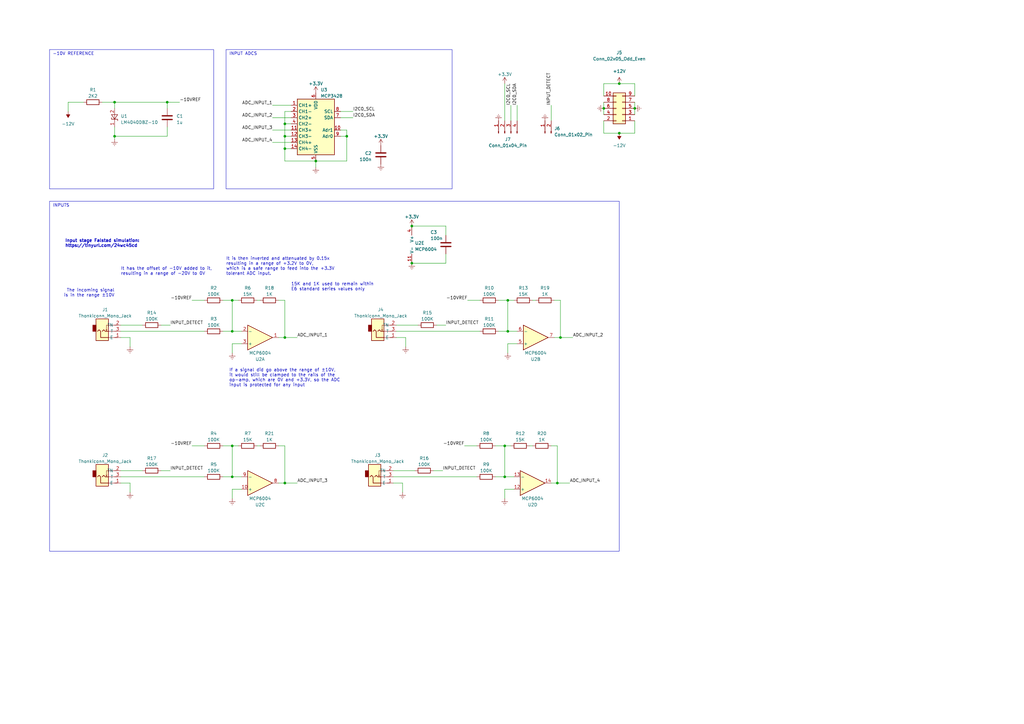
<source format=kicad_sch>
(kicad_sch (version 20230121) (generator eeschema)
  (paper "A3")
  (lib_symbols
    (symbol "Amplifier_Operational:MCP6004" (pin_names (offset 0.127))
      (property "Reference" "U" (at 0 5.08 0))
      (property "Value" "MCP6004" (at 0 -5.08 0))
      (symbol "MCP6004_1_1"
        (polyline (pts (xy -5.08 5.08) (xy 5.08 0) (xy -5.08 -5.08) (xy -5.08 5.08)) (stroke (width 0.254)) (fill (type background)))
        (pin output line (at 7.62 0 180) (length 2.54) (name "~") (number "1"))
        (pin input line (at -7.62 -2.54 0) (length 2.54) (name "-") (number "2"))
        (pin input line (at -7.62 2.54 0) (length 2.54) (name "+") (number "3"))
      )
      (symbol "MCP6004_2_1"
        (polyline (pts (xy -5.08 5.08) (xy 5.08 0) (xy -5.08 -5.08) (xy -5.08 5.08)) (stroke (width 0.254)) (fill (type background)))
        (pin input line (at -7.62 2.54 0) (length 2.54) (name "+") (number "5"))
        (pin input line (at -7.62 -2.54 0) (length 2.54) (name "-") (number "6"))
        (pin output line (at 7.62 0 180) (length 2.54) (name "~") (number "7"))
      )
      (symbol "MCP6004_3_1"
        (polyline (pts (xy -5.08 5.08) (xy 5.08 0) (xy -5.08 -5.08) (xy -5.08 5.08)) (stroke (width 0.254)) (fill (type background)))
        (pin input line (at -7.62 2.54 0) (length 2.54) (name "+") (number "10"))
        (pin output line (at 7.62 0 180) (length 2.54) (name "~") (number "8"))
        (pin input line (at -7.62 -2.54 0) (length 2.54) (name "-") (number "9"))
      )
      (symbol "MCP6004_4_1"
        (polyline (pts (xy -5.08 5.08) (xy 5.08 0) (xy -5.08 -5.08) (xy -5.08 5.08)) (stroke (width 0.254)) (fill (type background)))
        (pin input line (at -7.62 2.54 0) (length 2.54) (name "+") (number "12"))
        (pin input line (at -7.62 -2.54 0) (length 2.54) (name "-") (number "13"))
        (pin output line (at 7.62 0 180) (length 2.54) (name "~") (number "14"))
      )
      (symbol "MCP6004_5_1"
        (pin power_in line (at -2.54 -7.62 90) (length 3.81) (name "V-") (number "11"))
        (pin power_in line (at -2.54 7.62 270) (length 3.81) (name "V+") (number "4"))
      )
    )
    (symbol "Analog_ADC:MCP3428"
      (property "Reference" "U" (at -3.81 11.43 0))
      (property "Value" "MCP3428" (at 2.54 11.43 0))
      (symbol "MCP3428_0_1"
        (rectangle (start -7.62 10.16) (end 7.62 -12.7) (stroke (width 0.254)) (fill (type background)))
      )
      (symbol "MCP3428_1_1"
        (pin input line (at -10.16 7.62 0) (length 2.54) (name "CH1+") (number "1"))
        (pin input line (at 10.16 -2.54 180) (length 2.54) (name "Adr1") (number "10"))
        (pin input line (at -10.16 -2.54 0) (length 2.54) (name "CH3+") (number "11"))
        (pin input line (at -10.16 -5.08 0) (length 2.54) (name "CH3-") (number "12"))
        (pin input line (at -10.16 -7.62 0) (length 2.54) (name "CH4+") (number "13"))
        (pin input line (at -10.16 -10.16 0) (length 2.54) (name "CH4-") (number "14"))
        (pin input line (at -10.16 5.08 0) (length 2.54) (name "CH1-") (number "2"))
        (pin input line (at -10.16 2.54 0) (length 2.54) (name "CH2+") (number "3"))
        (pin input line (at -10.16 0 0) (length 2.54) (name "CH2-") (number "4"))
        (pin power_in line (at 0 -15.24 90) (length 2.54) (name "VSS") (number "5"))
        (pin power_in line (at 0 12.7 270) (length 2.54) (name "VDD") (number "6"))
        (pin bidirectional line (at 10.16 2.54 180) (length 2.54) (name "SDA") (number "7"))
        (pin input line (at 10.16 5.08 180) (length 2.54) (name "SCL") (number "8"))
        (pin input line (at 10.16 -5.08 180) (length 2.54) (name "Adr0") (number "9"))
      )
    )
    (symbol "Connector:Conn_01x02_Pin" (pin_names (offset 1.016) hide)
      (property "Reference" "J" (at 0 2.54 0))
      (property "Value" "Conn_01x02_Pin" (at 0 -5.08 0))
      (symbol "Conn_01x02_Pin_1_1"
        (polyline (pts (xy 1.27 -2.54) (xy 0.8636 -2.54)) (stroke (width 0.1524)))
        (polyline (pts (xy 1.27 0) (xy 0.8636 0)) (stroke (width 0.1524)))
        (rectangle (start 0.8636 -2.413) (end 0 -2.667) (stroke (width 0.1524)) (fill (type outline)))
        (rectangle (start 0.8636 0.127) (end 0 -0.127) (stroke (width 0.1524)) (fill (type outline)))
        (pin passive line (at 5.08 0 180) (length 3.81) (name "Pin_1") (number "1"))
        (pin passive line (at 5.08 -2.54 180) (length 3.81) (name "Pin_2") (number "2"))
      )
    )
    (symbol "Connector:Conn_01x04_Pin" (pin_names (offset 1.016) hide)
      (property "Reference" "J" (at 0 5.08 0))
      (property "Value" "Conn_01x04_Pin" (at 0 -7.62 0))
      (symbol "Conn_01x04_Pin_1_1"
        (polyline (pts (xy 1.27 -5.08) (xy 0.8636 -5.08)) (stroke (width 0.1524)))
        (polyline (pts (xy 1.27 -2.54) (xy 0.8636 -2.54)) (stroke (width 0.1524)))
        (polyline (pts (xy 1.27 0) (xy 0.8636 0)) (stroke (width 0.1524)))
        (polyline (pts (xy 1.27 2.54) (xy 0.8636 2.54)) (stroke (width 0.1524)))
        (rectangle (start 0.8636 -4.953) (end 0 -5.207) (stroke (width 0.1524)) (fill (type outline)))
        (rectangle (start 0.8636 -2.413) (end 0 -2.667) (stroke (width 0.1524)) (fill (type outline)))
        (rectangle (start 0.8636 0.127) (end 0 -0.127) (stroke (width 0.1524)) (fill (type outline)))
        (rectangle (start 0.8636 2.667) (end 0 2.413) (stroke (width 0.1524)) (fill (type outline)))
        (pin passive line (at 5.08 2.54 180) (length 3.81) (name "Pin_1") (number "1"))
        (pin passive line (at 5.08 0 180) (length 3.81) (name "Pin_2") (number "2"))
        (pin passive line (at 5.08 -2.54 180) (length 3.81) (name "Pin_3") (number "3"))
        (pin passive line (at 5.08 -5.08 180) (length 3.81) (name "Pin_4") (number "4"))
      )
    )
    (symbol "Connector_Generic:Conn_02x05_Odd_Even" (pin_names (offset 1.016) hide)
      (property "Reference" "J" (at 1.27 7.62 0))
      (property "Value" "Conn_02x05_Odd_Even" (at 1.27 -7.62 0))
      (symbol "Conn_02x05_Odd_Even_1_1"
        (rectangle (start -1.27 -4.953) (end 0 -5.207) (stroke (width 0.1524)))
        (rectangle (start -1.27 -2.413) (end 0 -2.667) (stroke (width 0.1524)))
        (rectangle (start -1.27 0.127) (end 0 -0.127) (stroke (width 0.1524)))
        (rectangle (start -1.27 2.667) (end 0 2.413) (stroke (width 0.1524)))
        (rectangle (start -1.27 5.207) (end 0 4.953) (stroke (width 0.1524)))
        (rectangle (start -1.27 6.35) (end 3.81 -6.35) (stroke (width 0.254)) (fill (type background)))
        (rectangle (start 3.81 -4.953) (end 2.54 -5.207) (stroke (width 0.1524)))
        (rectangle (start 3.81 -2.413) (end 2.54 -2.667) (stroke (width 0.1524)))
        (rectangle (start 3.81 0.127) (end 2.54 -0.127) (stroke (width 0.1524)))
        (rectangle (start 3.81 2.667) (end 2.54 2.413) (stroke (width 0.1524)))
        (rectangle (start 3.81 5.207) (end 2.54 4.953) (stroke (width 0.1524)))
        (pin passive line (at -5.08 5.08 0) (length 3.81) (name "Pin_1") (number "1"))
        (pin passive line (at 7.62 -5.08 180) (length 3.81) (name "Pin_10") (number "10"))
        (pin passive line (at 7.62 5.08 180) (length 3.81) (name "Pin_2") (number "2"))
        (pin passive line (at -5.08 2.54 0) (length 3.81) (name "Pin_3") (number "3"))
        (pin passive line (at 7.62 2.54 180) (length 3.81) (name "Pin_4") (number "4"))
        (pin passive line (at -5.08 0 0) (length 3.81) (name "Pin_5") (number "5"))
        (pin passive line (at 7.62 0 180) (length 3.81) (name "Pin_6") (number "6"))
        (pin passive line (at -5.08 -2.54 0) (length 3.81) (name "Pin_7") (number "7"))
        (pin passive line (at 7.62 -2.54 180) (length 3.81) (name "Pin_8") (number "8"))
        (pin passive line (at -5.08 -5.08 0) (length 3.81) (name "Pin_9") (number "9"))
      )
    )
    (symbol "Device:C" (pin_numbers hide) (pin_names (offset 0.254))
      (property "Reference" "C" (at 0.635 2.54 0))
      (property "Value" "C" (at 0.635 -2.54 0))
      (symbol "C_0_1"
        (polyline (pts (xy -2.032 -0.762) (xy 2.032 -0.762)) (stroke (width 0.508)))
        (polyline (pts (xy -2.032 0.762) (xy 2.032 0.762)) (stroke (width 0.508)))
      )
      (symbol "C_1_1"
        (pin passive line (at 0 3.81 270) (length 2.794) (name "~") (number "1"))
        (pin passive line (at 0 -3.81 90) (length 2.794) (name "~") (number "2"))
      )
    )
    (symbol "Device:R" (pin_numbers hide) (pin_names (offset 0))
      (property "Reference" "R" (at 2.032 0 90))
      (property "Value" "R" (at 0 0 90))
      (symbol "R_0_1"
        (rectangle (start -1.016 -2.54) (end 1.016 2.54) (stroke (width 0.254)))
      )
      (symbol "R_1_1"
        (pin passive line (at 0 3.81 270) (length 1.27) (name "~") (number "1"))
        (pin passive line (at 0 -3.81 90) (length 1.27) (name "~") (number "2"))
      )
    )
    (symbol "Eurorack:Thonkiconn_Mono_Jack"
      (property "Reference" "J" (at 0 1.27 0))
      (property "Value" "Thonkiconn_Mono_Jack" (at 10.16 3.81 0))
      (symbol "Thonkiconn_Mono_Jack_0_1"
        (rectangle (start -1.27 -2.54) (end 0 -5.08) (stroke (width 0.254)) (fill (type outline)))
        (polyline (pts (xy 4.318 -4.826) (xy 4.572 -4.318)))
        (polyline (pts (xy 8.89 -7.62) (xy 5.08 -7.62)))
        (polyline (pts (xy 8.89 -5.08) (xy 5.08 -5.08)))
        (polyline (pts (xy 2.54 -5.08) (xy 3.175 -4.445) (xy 3.81 -5.08) (xy 5.08 -5.08)) (stroke (width 0.254)))
        (polyline (pts (xy 8.89 -2.54) (xy 4.318 -2.54) (xy 4.318 -4.826) (xy 4.064 -4.318)))
        (polyline (pts (xy 5.08 -7.62) (xy 1.905 -7.62) (xy 1.905 -5.08) (xy 1.27 -4.445) (xy 0.635 -5.08)) (stroke (width 0.254)))
        (rectangle (start 0 0) (end 5.08 -8.89) (stroke (width 0.254)) (fill (type background)))
      )
      (symbol "Thonkiconn_Mono_Jack_1_1"
        (pin passive line (at 10.16 -7.62 180) (length 2.54) (name "E") (number "1"))
        (pin passive line (at 10.16 -2.54 180) (length 2.54) (name "TN") (number "2"))
        (pin passive line (at 10.16 -5.08 180) (length 2.54) (name "T") (number "3"))
      )
    )
    (symbol "Reference_Voltage:LM4040DBZ-10" (pin_names (offset 0.0254) hide)
      (property "Reference" "U" (at 0 2.54 0))
      (property "Value" "LM4040DBZ-10" (at 0 -3.175 0))
      (symbol "LM4040DBZ-10_0_1"
        (polyline (pts (xy -1.27 0) (xy 0 0) (xy 1.27 0)))
        (polyline (pts (xy -1.27 -1.27) (xy 0.635 0) (xy -1.27 1.27) (xy -1.27 -1.27)) (stroke (width 0.2032)))
        (polyline (pts (xy 0 -1.27) (xy 0.635 -1.27) (xy 0.635 1.27) (xy 1.27 1.27)) (stroke (width 0.2032)))
      )
      (symbol "LM4040DBZ-10_1_1"
        (pin passive line (at 3.81 0 180) (length 2.54) (name "K") (number "1"))
        (pin passive line (at -3.81 0 0) (length 2.54) (name "A") (number "2"))
      )
    )
    (symbol "power:+12V" (power) (pin_names (offset 0))
      (property "Value" "+12V" (at 0 3.556 0))
      (symbol "+12V_0_1"
        (polyline (pts (xy -0.762 1.27) (xy 0 2.54)))
        (polyline (pts (xy 0 0) (xy 0 2.54)))
        (polyline (pts (xy 0 2.54) (xy 0.762 1.27)))
      )
      (symbol "+12V_1_1"
        (pin power_in line (at 0 0 90) (length 0) hide (name "+12V") (number "1"))
      )
    )
    (symbol "power:+3.3V" (power) (pin_names (offset 0))
      (property "Value" "+3.3V" (at 0 3.556 0))
      (symbol "+3.3V_0_1"
        (polyline (pts (xy -0.762 1.27) (xy 0 2.54)))
        (polyline (pts (xy 0 0) (xy 0 2.54)))
        (polyline (pts (xy 0 2.54) (xy 0.762 1.27)))
      )
      (symbol "+3.3V_1_1"
        (pin power_in line (at 0 0 90) (length 0) hide (name "+3.3V") (number "1"))
      )
    )
    (symbol "power:-12V" (power) (pin_names (offset 0))
      (property "Value" "-12V" (at 0 3.81 0))
      (symbol "-12V_0_0"
        (pin power_in line (at 0 0 90) (length 0) hide (name "-12V") (number "1"))
      )
      (symbol "-12V_0_1"
        (polyline (pts (xy 0 0) (xy 0 1.27) (xy 0.762 1.27) (xy 0 2.54) (xy -0.762 1.27) (xy 0 1.27)) (fill (type outline)))
      )
    )
    (symbol "power:Earth" (power) (pin_names (offset 0))
      (symbol "Earth_0_1"
        (polyline (pts (xy -0.635 -1.905) (xy 0.635 -1.905)))
        (polyline (pts (xy -0.127 -2.54) (xy 0.127 -2.54)))
        (polyline (pts (xy 0 -1.27) (xy 0 0)))
        (polyline (pts (xy 1.27 -1.27) (xy -1.27 -1.27)))
      )
      (symbol "Earth_1_1"
        (pin power_in line (at 0 0 270) (length 0) hide (name "Earth") (number "1"))
      )
    )
  )
  (junction (at 95.25 195.58))
  (junction (at 95.25 123.19))
  (junction (at 95.25 135.89))
  (junction (at 208.28 123.19))
  (junction (at 116.84 50.8))
  (junction (at 228.6 198.12))
  (junction (at 142.24 55.88))
  (junction (at 116.84 198.12))
  (junction (at 254 34.29))
  (junction (at 229.87 138.43))
  (junction (at 168.91 107.95))
  (junction (at 260.35 44.45))
  (junction (at 207.01 195.58))
  (junction (at 168.91 92.71))
  (junction (at 129.54 66.04))
  (junction (at 46.99 55.88))
  (junction (at 46.99 41.91))
  (junction (at 116.84 138.43))
  (junction (at 116.84 55.88))
  (junction (at 68.58 41.91))
  (junction (at 208.28 135.89))
  (junction (at 95.25 182.88))
  (junction (at 207.01 182.88))
  (junction (at 247.65 44.45))
  (junction (at 116.84 60.96))
  (junction (at 254 54.61))
  (wire (pts (xy 95.25 140.97) (xy 99.06 140.97)))
  (wire (pts (xy 142.24 66.04) (xy 142.24 55.88)))
  (wire (pts (xy 228.6 182.88) (xy 228.6 198.12)))
  (wire (pts (xy 247.65 39.37) (xy 247.65 34.29)))
  (wire (pts (xy 142.24 53.34) (xy 139.7 53.34)))
  (wire (pts (xy 207.01 195.58) (xy 210.82 195.58)))
  (wire (pts (xy 116.84 60.96) (xy 116.84 66.04)))
  (wire (pts (xy 49.53 193.04) (xy 58.42 193.04)))
  (wire (pts (xy 247.65 49.53) (xy 247.65 54.61)))
  (wire (pts (xy 190.5 182.88) (xy 195.58 182.88)))
  (wire (pts (xy 217.17 182.88) (xy 218.44 182.88)))
  (wire (pts (xy 68.58 52.07) (xy 68.58 55.88)))
  (wire (pts (xy 204.47 123.19) (xy 208.28 123.19)))
  (wire (pts (xy 207.01 200.66) (xy 210.82 200.66)))
  (wire (pts (xy 166.37 138.43) (xy 162.56 138.43)))
  (wire (pts (xy 68.58 55.88) (xy 46.99 55.88)))
  (wire (pts (xy 212.09 43.18) (xy 212.09 49.53)))
  (wire (pts (xy 78.74 123.19) (xy 83.82 123.19)))
  (wire (pts (xy 116.84 138.43) (xy 121.92 138.43)))
  (wire (pts (xy 203.2 195.58) (xy 207.01 195.58)))
  (wire (pts (xy 207.01 204.47) (xy 207.01 200.66)))
  (wire (pts (xy 111.76 53.34) (xy 119.38 53.34)))
  (wire (pts (xy 46.99 44.45) (xy 46.99 41.91)))
  (wire (pts (xy 46.99 41.91) (xy 41.91 41.91)))
  (wire (pts (xy 95.25 135.89) (xy 95.25 123.19)))
  (wire (pts (xy 46.99 52.07) (xy 46.99 55.88)))
  (wire (pts (xy 166.37 142.24) (xy 166.37 138.43)))
  (wire (pts (xy 260.35 54.61) (xy 260.35 49.53)))
  (wire (pts (xy 116.84 123.19) (xy 116.84 138.43)))
  (wire (pts (xy 142.24 55.88) (xy 142.24 53.34)))
  (wire (pts (xy 95.25 123.19) (xy 97.79 123.19)))
  (wire (pts (xy 182.88 96.52) (xy 182.88 92.71)))
  (wire (pts (xy 254 34.29) (xy 260.35 34.29)))
  (wire (pts (xy 119.38 45.72) (xy 116.84 45.72)))
  (wire (pts (xy 254 54.61) (xy 260.35 54.61)))
  (wire (pts (xy 139.7 45.72) (xy 144.78 45.72)))
  (wire (pts (xy 162.56 133.35) (xy 171.45 133.35)))
  (wire (pts (xy 66.04 193.04) (xy 69.85 193.04)))
  (wire (pts (xy 182.88 107.95) (xy 168.91 107.95)))
  (wire (pts (xy 161.29 195.58) (xy 195.58 195.58)))
  (wire (pts (xy 116.84 198.12) (xy 114.3 198.12)))
  (wire (pts (xy 46.99 55.88) (xy 46.99 57.15)))
  (wire (pts (xy 229.87 138.43) (xy 227.33 138.43)))
  (wire (pts (xy 260.35 34.29) (xy 260.35 39.37)))
  (wire (pts (xy 208.28 135.89) (xy 212.09 135.89)))
  (wire (pts (xy 116.84 138.43) (xy 114.3 138.43)))
  (wire (pts (xy 27.94 45.72) (xy 27.94 41.91)))
  (wire (pts (xy 95.25 200.66) (xy 99.06 200.66)))
  (wire (pts (xy 78.74 182.88) (xy 83.82 182.88)))
  (wire (pts (xy 165.1 201.93) (xy 165.1 198.12)))
  (wire (pts (xy 207.01 34.29) (xy 207.01 49.53)))
  (wire (pts (xy 116.84 55.88) (xy 119.38 55.88)))
  (wire (pts (xy 114.3 182.88) (xy 116.84 182.88)))
  (wire (pts (xy 162.56 135.89) (xy 196.85 135.89)))
  (wire (pts (xy 228.6 198.12) (xy 226.06 198.12)))
  (wire (pts (xy 247.65 34.29) (xy 254 34.29)))
  (wire (pts (xy 66.04 133.35) (xy 69.85 133.35)))
  (wire (pts (xy 95.25 144.78) (xy 95.25 140.97)))
  (wire (pts (xy 53.34 142.24) (xy 53.34 138.43)))
  (wire (pts (xy 111.76 58.42) (xy 119.38 58.42)))
  (wire (pts (xy 260.35 44.45) (xy 260.35 46.99)))
  (wire (pts (xy 182.88 92.71) (xy 168.91 92.71)))
  (wire (pts (xy 114.3 123.19) (xy 116.84 123.19)))
  (wire (pts (xy 204.47 135.89) (xy 208.28 135.89)))
  (wire (pts (xy 229.87 138.43) (xy 234.95 138.43)))
  (wire (pts (xy 218.44 123.19) (xy 219.71 123.19)))
  (wire (pts (xy 227.33 123.19) (xy 229.87 123.19)))
  (wire (pts (xy 116.84 66.04) (xy 129.54 66.04)))
  (wire (pts (xy 105.41 123.19) (xy 106.68 123.19)))
  (wire (pts (xy 95.25 182.88) (xy 97.79 182.88)))
  (wire (pts (xy 247.65 44.45) (xy 247.65 46.99)))
  (wire (pts (xy 95.25 135.89) (xy 99.06 135.89)))
  (wire (pts (xy 207.01 182.88) (xy 209.55 182.88)))
  (wire (pts (xy 229.87 123.19) (xy 229.87 138.43)))
  (wire (pts (xy 260.35 41.91) (xy 260.35 44.45)))
  (wire (pts (xy 208.28 140.97) (xy 212.09 140.97)))
  (wire (pts (xy 91.44 135.89) (xy 95.25 135.89)))
  (wire (pts (xy 116.84 198.12) (xy 121.92 198.12)))
  (wire (pts (xy 46.99 41.91) (xy 68.58 41.91)))
  (wire (pts (xy 91.44 195.58) (xy 95.25 195.58)))
  (wire (pts (xy 226.06 182.88) (xy 228.6 182.88)))
  (wire (pts (xy 191.77 123.19) (xy 196.85 123.19)))
  (wire (pts (xy 111.76 43.18) (xy 119.38 43.18)))
  (wire (pts (xy 27.94 41.91) (xy 34.29 41.91)))
  (wire (pts (xy 116.84 182.88) (xy 116.84 198.12)))
  (wire (pts (xy 177.8 193.04) (xy 181.61 193.04)))
  (wire (pts (xy 161.29 193.04) (xy 170.18 193.04)))
  (wire (pts (xy 208.28 135.89) (xy 208.28 123.19)))
  (wire (pts (xy 116.84 55.88) (xy 116.84 60.96)))
  (wire (pts (xy 105.41 182.88) (xy 106.68 182.88)))
  (wire (pts (xy 68.58 44.45) (xy 68.58 41.91)))
  (wire (pts (xy 182.88 104.14) (xy 182.88 107.95)))
  (wire (pts (xy 111.76 48.26) (xy 119.38 48.26)))
  (wire (pts (xy 116.84 50.8) (xy 119.38 50.8)))
  (wire (pts (xy 95.25 195.58) (xy 99.06 195.58)))
  (wire (pts (xy 165.1 198.12) (xy 161.29 198.12)))
  (wire (pts (xy 116.84 60.96) (xy 119.38 60.96)))
  (wire (pts (xy 49.53 135.89) (xy 83.82 135.89)))
  (wire (pts (xy 129.54 68.58) (xy 129.54 66.04)))
  (wire (pts (xy 247.65 41.91) (xy 247.65 44.45)))
  (wire (pts (xy 49.53 195.58) (xy 83.82 195.58)))
  (wire (pts (xy 53.34 201.93) (xy 53.34 198.12)))
  (wire (pts (xy 207.01 195.58) (xy 207.01 182.88)))
  (wire (pts (xy 116.84 50.8) (xy 116.84 55.88)))
  (wire (pts (xy 95.25 204.47) (xy 95.25 200.66)))
  (wire (pts (xy 203.2 182.88) (xy 207.01 182.88)))
  (wire (pts (xy 208.28 144.78) (xy 208.28 140.97)))
  (wire (pts (xy 49.53 133.35) (xy 58.42 133.35)))
  (wire (pts (xy 129.54 66.04) (xy 142.24 66.04)))
  (wire (pts (xy 139.7 55.88) (xy 142.24 55.88)))
  (wire (pts (xy 226.06 43.18) (xy 226.06 49.53)))
  (wire (pts (xy 53.34 138.43) (xy 49.53 138.43)))
  (wire (pts (xy 116.84 45.72) (xy 116.84 50.8)))
  (wire (pts (xy 91.44 123.19) (xy 95.25 123.19)))
  (wire (pts (xy 208.28 123.19) (xy 210.82 123.19)))
  (wire (pts (xy 91.44 182.88) (xy 95.25 182.88)))
  (wire (pts (xy 179.07 133.35) (xy 182.88 133.35)))
  (wire (pts (xy 95.25 195.58) (xy 95.25 182.88)))
  (wire (pts (xy 228.6 198.12) (xy 233.68 198.12)))
  (wire (pts (xy 68.58 41.91) (xy 73.66 41.91)))
  (wire (pts (xy 247.65 54.61) (xy 254 54.61)))
  (wire (pts (xy 53.34 198.12) (xy 49.53 198.12)))
  (wire (pts (xy 209.55 43.18) (xy 209.55 49.53)))
  (wire (pts (xy 139.7 48.26) (xy 144.78 48.26)))
  (rectangle (start 20.32 20.32) (end 87.63 77.47))
  (rectangle (start 92.71 20.32) (end 185.42 77.47))
  (rectangle (start 20.32 82.55) (end 254 226.06))
  (text "INPUTS" (at 21.59 85.09 0) (effects (font (size 1.27 1.27)) (justify left bottom)))
  (text "The incoming signal\nis in the range ±10V" (at 46.99 121.92 0) (effects (font (size 1.27 1.27)) (justify right bottom)))
  (text "It is then inverted and attenuated by 0.15x\nresulting in a range of +3.2V to 0V,\nwhich is a safe range to feed into the +3.3V\ntolerant ADC input." (at 92.71 113.03 0) (effects (font (size 1.27 1.27)) (justify left bottom)))
  (text "\n\n\n\n\n\nIf a signal did go above the range of ±10V,\nit would still be clamped to the rails of the\nop-amp, which are 0V and +3.3V, so the ADC	\ninput is protected for any input" (at 93.98 158.75 0) (effects (font (size 1.27 1.27)) (justify left bottom)))
  (text "INPUT ADCS\n" (at 93.98 22.86 0) (effects (font (size 1.27 1.27)) (justify left bottom)))
  (text "15K and 1K used to remain within\nE6 standard series values only" (at 119.38 119.38 0) (effects (font (size 1.27 1.27)) (justify left bottom)))
  (text "It has the offset of -10V added to it,\nresulting in a range of -20V to 0V" (at 49.53 113.03 0) (effects (font (size 1.27 1.27)) (justify left bottom)))
  (text "-10V REFERENCE" (at 21.59 22.86 0) (effects (font (size 1.27 1.27)) (justify left bottom)))
  (text "Input stage Falstad simulation:\nhttps://tinyurl.com/24wc45cd" (at 26.67 101.6 0) (effects (font (size 1.27 1.27) (thickness 0.254) bold) (justify left bottom)))
  (label "-10VREF" (at 78.74 182.88 180))
  (label "ADC_INPUT_2" (at 234.95 138.43 0))
  (label "I2C0_SDA" (at 212.09 43.18 90))
  (label "INPUT_DETECT" (at 226.06 43.18 90))
  (label "ADC_INPUT_3" (at 121.92 198.12 0))
  (label "ADC_INPUT_4" (at 111.76 58.42 180))
  (label "I2C0_SCL" (at 144.78 45.72 0))
  (label "-10VREF" (at 73.66 41.91 0))
  (label "ADC_INPUT_1" (at 121.92 138.43 0))
  (label "INPUT_DETECT" (at 69.85 133.35 0))
  (label "-10VREF" (at 191.77 123.19 180))
  (label "ADC_INPUT_3" (at 111.76 53.34 180))
  (label "ADC_INPUT_1" (at 111.76 43.18 180))
  (label "ADC_INPUT_2" (at 111.76 48.26 180))
  (label "INPUT_DETECT" (at 182.88 133.35 0))
  (label "I2C0_SCL" (at 209.55 43.18 90))
  (label "INPUT_DETECT" (at 69.85 193.04 0))
  (label "I2C0_SDA" (at 144.78 48.26 0))
  (label "INPUT_DETECT" (at 181.61 193.04 0))
  (label "ADC_INPUT_4" (at 233.68 198.12 0))
  (label "-10VREF" (at 78.74 123.19 180))
  (label "-10VREF" (at 190.5 182.88 180))
  (symbol (lib_id "Device:R") (at 87.63 195.58 90) (unit 1)
    (property "Reference" "R5" (at 87.63 190.5 90))
    (property "Value" "100K" (at 87.63 193.04 90))
    (property "Footprint" "Resistor_SMD:R_0402_1005Metric" (effects hide))
    (property "JLC" "C25741" (effects hide))
  )
  (symbol (lib_id "Device:C") (at 156.21 63.5 0) (unit 1)
    (property "Reference" "C2" (at 152.4 62.865 0) (effects (justify right)))
    (property "Value" "100n" (at 152.4 65.405 0) (effects (justify right)))
    (property "Footprint" "Capacitor_SMD:C_0402_1005Metric" (effects hide))
    (property "JLC" "C1525" (effects hide))
  )
  (symbol (lib_id "power:Earth") (at 223.52 49.53 180) (unit 1)
    (property "Reference" "#PWR017" (effects hide))
    (property "Value" "Earth" (effects hide))
  )
  (symbol (lib_id "Eurorack:Thonkiconn_Mono_Jack") (at 39.37 190.5 0) (unit 1)
    (property "Reference" "J2" (at 43.1165 186.69 0))
    (property "Value" "Thonkiconn_Mono_Jack" (at 43.1165 189.23 0))
    (property "Footprint" "allen-synthesis:jack-thonkiconn-mono" (effects hide))
  )
  (symbol (lib_id "power:Earth") (at 129.54 68.58 0) (unit 1)
    (property "Reference" "#PWR08" (effects hide))
    (property "Value" "Earth" (effects hide))
  )
  (symbol (lib_id "power:Earth") (at 166.37 142.24 0) (mirror y) (unit 1)
    (property "Reference" "#PWR013" (effects hide))
    (property "Value" "Earth" (effects hide))
  )
  (symbol (lib_id "Device:R") (at 110.49 123.19 90) (unit 1)
    (property "Reference" "R18" (at 110.49 118.11 90))
    (property "Value" "1K" (at 110.49 120.65 90))
    (property "Footprint" "Resistor_SMD:R_0402_1005Metric" (effects hide))
    (property "JLC" "C11702" (effects hide))
  )
  (symbol (lib_id "Device:R") (at 199.39 195.58 90) (unit 1)
    (property "Reference" "R9" (at 199.39 190.5 90))
    (property "Value" "100K" (at 199.39 193.04 90))
    (property "Footprint" "Resistor_SMD:R_0402_1005Metric" (effects hide))
    (property "JLC" "C25741" (effects hide))
  )
  (symbol (lib_id "power:Earth") (at 156.21 67.31 0) (unit 1)
    (property "Reference" "#PWR010" (effects hide))
    (property "Value" "Earth" (effects hide))
  )
  (symbol (lib_id "power:+3.3V") (at 168.91 92.71 0) (unit 1)
    (property "Reference" "#PWR018" (effects hide))
    (property "Value" "+3.3V" (at 168.91 88.9 0))
  )
  (symbol (lib_id "Device:R") (at 101.6 182.88 90) (unit 1)
    (property "Reference" "R7" (at 101.6 177.8 90))
    (property "Value" "15K" (at 101.6 180.34 90))
    (property "Footprint" "Resistor_SMD:R_0402_1005Metric" (effects hide))
    (property "JLC" "C25756" (effects hide))
  )
  (symbol (lib_id "Device:R") (at 87.63 123.19 90) (unit 1)
    (property "Reference" "R2" (at 87.63 118.11 90))
    (property "Value" "100K" (at 87.63 120.65 90))
    (property "Footprint" "Resistor_SMD:R_0402_1005Metric" (effects hide))
    (property "JLC" "C25741" (effects hide))
  )
  (symbol (lib_id "power:Earth") (at 53.34 142.24 0) (mirror y) (unit 1)
    (property "Reference" "#PWR014" (effects hide))
    (property "Value" "Earth" (effects hide))
  )
  (symbol (lib_id "Amplifier_Operational:MCP6004") (at 219.71 138.43 0) (mirror x) (unit 2)
    (property "Reference" "U2" (at 219.71 147.32 0))
    (property "Value" "MCP6004" (at 219.71 144.78 0))
    (property "Footprint" "Package_SO:TSSOP-14_4.4x5mm_P0.65mm" (effects hide))
    (property "Datasheet" "http://ww1.microchip.com/downloads/en/DeviceDoc/21733j.pdf" (effects hide))
    (property "JLC" "C50282" (effects hide))
    (property "JLC Rotation Offset" "270" (effects hide))
  )
  (symbol (lib_id "Device:C") (at 68.58 48.26 0) (mirror y) (unit 1)
    (property "Reference" "C1" (at 72.39 47.625 0) (effects (justify right)))
    (property "Value" "1u" (at 72.39 50.165 0) (effects (justify right)))
    (property "Footprint" "Capacitor_SMD:C_0402_1005Metric" (effects hide))
    (property "JLC" "C52923" (effects hide))
  )
  (symbol (lib_id "Device:R") (at 87.63 182.88 90) (unit 1)
    (property "Reference" "R4" (at 87.63 177.8 90))
    (property "Value" "100K" (at 87.63 180.34 90))
    (property "Footprint" "Resistor_SMD:R_0402_1005Metric" (effects hide))
    (property "JLC" "C25741" (effects hide))
  )
  (symbol (lib_id "Device:R") (at 62.23 133.35 90) (unit 1)
    (property "Reference" "R14" (at 62.23 128.27 90))
    (property "Value" "100K" (at 62.23 130.81 90))
    (property "Footprint" "Resistor_SMD:R_0402_1005Metric" (effects hide))
    (property "JLC" "C25741" (effects hide))
  )
  (symbol (lib_id "Device:R") (at 214.63 123.19 90) (unit 1)
    (property "Reference" "R13" (at 214.63 118.11 90))
    (property "Value" "15K" (at 214.63 120.65 90))
    (property "Footprint" "Resistor_SMD:R_0402_1005Metric" (effects hide))
    (property "JLC" "C25756" (effects hide))
  )
  (symbol (lib_id "power:Earth") (at 95.25 204.47 0) (mirror y) (unit 1)
    (property "Reference" "#PWR04" (effects hide))
    (property "Value" "Earth" (effects hide))
  )
  (symbol (lib_id "Device:R") (at 101.6 123.19 90) (unit 1)
    (property "Reference" "R6" (at 101.6 118.11 90))
    (property "Value" "15K" (at 101.6 120.65 90))
    (property "Footprint" "Resistor_SMD:R_0402_1005Metric" (effects hide))
    (property "JLC" "C25756" (effects hide))
  )
  (symbol (lib_id "power:Earth") (at 168.91 107.95 0) (unit 1)
    (property "Reference" "#PWR019" (effects hide))
    (property "Value" "Earth" (effects hide))
  )
  (symbol (lib_id "power:Earth") (at 204.47 49.53 180) (unit 1)
    (property "Reference" "#PWR015" (effects hide))
    (property "Value" "Earth" (effects hide))
  )
  (symbol (lib_id "Eurorack:Thonkiconn_Mono_Jack") (at 151.13 190.5 0) (unit 1)
    (property "Reference" "J3" (at 154.8765 186.69 0))
    (property "Value" "Thonkiconn_Mono_Jack" (at 154.8765 189.23 0))
    (property "Footprint" "allen-synthesis:jack-thonkiconn-mono" (effects hide))
  )
  (symbol (lib_id "power:+3.3V") (at 129.54 38.1 0) (unit 1)
    (property "Reference" "#PWR07" (effects hide))
    (property "Value" "+3.3V" (at 129.54 34.29 0))
  )
  (symbol (lib_id "Amplifier_Operational:MCP6004") (at 106.68 138.43 0) (mirror x) (unit 1)
    (property "Reference" "U2" (at 106.68 147.32 0))
    (property "Value" "MCP6004" (at 106.68 144.78 0))
    (property "Footprint" "Package_SO:TSSOP-14_4.4x5mm_P0.65mm" (effects hide))
    (property "Datasheet" "http://ww1.microchip.com/downloads/en/DeviceDoc/21733j.pdf" (effects hide))
    (property "JLC" "C50282" (effects hide))
    (property "JLC Rotation Offset" "270" (effects hide))
  )
  (symbol (lib_id "Device:R") (at 222.25 182.88 90) (unit 1)
    (property "Reference" "R20" (at 222.25 177.8 90))
    (property "Value" "1K" (at 222.25 180.34 90))
    (property "Footprint" "Resistor_SMD:R_0402_1005Metric" (effects hide))
    (property "JLC" "C11702" (effects hide))
  )
  (symbol (lib_id "power:Earth") (at 260.35 44.45 90) (unit 1)
    (property "Reference" "#PWR023" (effects hide))
    (property "Value" "Earth" (effects hide))
  )
  (symbol (lib_id "Device:R") (at 173.99 193.04 90) (unit 1)
    (property "Reference" "R16" (at 173.99 187.96 90))
    (property "Value" "100K" (at 173.99 190.5 90))
    (property "Footprint" "Resistor_SMD:R_0402_1005Metric" (effects hide))
    (property "JLC" "C25741" (effects hide))
  )
  (symbol (lib_id "power:+3.3V") (at 156.21 59.69 0) (unit 1)
    (property "Reference" "#PWR09" (effects hide))
    (property "Value" "+3.3V" (at 156.21 55.88 0))
  )
  (symbol (lib_id "Reference_Voltage:LM4040DBZ-10") (at 46.99 48.26 270) (unit 1)
    (property "Reference" "U1" (at 49.53 47.625 90) (effects (justify left)))
    (property "Value" "LM4040DBZ-10" (at 49.53 50.165 90) (effects (justify left)))
    (property "Footprint" "Package_TO_SOT_SMD:SOT-23" (effects hide))
    (property "Datasheet" "http://www.ti.com/lit/ds/symlink/lm4040-n.pdf" (effects hide))
    (property "JLC" "C129969" (effects hide))
    (property "JLC Rotation Offset" "180" (effects hide))
  )
  (symbol (lib_id "Eurorack:Thonkiconn_Mono_Jack") (at 39.37 130.81 0) (unit 1)
    (property "Reference" "J1" (at 43.1165 127 0))
    (property "Value" "Thonkiconn_Mono_Jack" (at 43.1165 129.54 0))
    (property "Footprint" "allen-synthesis:jack-thonkiconn-mono" (effects hide))
  )
  (symbol (lib_id "power:Earth") (at 165.1 201.93 0) (mirror y) (unit 1)
    (property "Reference" "#PWR012" (effects hide))
    (property "Value" "Earth" (effects hide))
  )
  (symbol (lib_id "Connector:Conn_01x04_Pin") (at 207.01 54.61 90) (unit 1)
    (property "Reference" "J7" (at 208.28 57.15 90))
    (property "Value" "Conn_01x04_Pin" (at 208.28 59.69 90))
    (property "Footprint" "Connector_PinHeader_2.54mm:PinHeader_1x04_P2.54mm_Vertical" (effects hide))
  )
  (symbol (lib_id "Analog_ADC:MCP3428") (at 129.54 50.8 0) (unit 1)
    (property "Reference" "U3" (at 131.4959 36.83 0) (effects (justify left)))
    (property "Value" "MCP3428" (at 131.4959 39.37 0) (effects (justify left)))
    (property "Footprint" "Package_SO:SOIC-14_3.9x8.7mm_P1.27mm" (effects hide))
    (property "Datasheet" "http://ww1.microchip.com/downloads/en/DeviceDoc/22226a.pdf" (effects hide))
    (property "JLC" "C560166" (effects hide))
  )
  (symbol (lib_id "Device:R") (at 38.1 41.91 270) (unit 1)
    (property "Reference" "R1" (at 38.1 36.83 90))
    (property "Value" "2K2" (at 38.1 39.37 90))
    (property "Footprint" "Resistor_SMD:R_0402_1005Metric" (effects hide))
    (property "JLC" "C25879" (effects hide))
  )
  (symbol (lib_id "power:+3.3V") (at 207.01 34.29 0) (unit 1)
    (property "Reference" "#PWR016" (effects hide))
    (property "Value" "+3.3V" (at 207.01 30.48 0))
  )
  (symbol (lib_id "power:Earth") (at 208.28 144.78 0) (mirror y) (unit 1)
    (property "Reference" "#PWR06" (effects hide))
    (property "Value" "Earth" (effects hide))
  )
  (symbol (lib_id "power:-12V") (at 27.94 45.72 180) (unit 1)
    (property "Reference" "#PWR01" (effects hide))
    (property "Value" "-12V" (at 27.94 50.8 0))
  )
  (symbol (lib_id "Amplifier_Operational:MCP6004") (at 106.68 198.12 0) (mirror x) (unit 3)
    (property "Reference" "U2" (at 106.68 207.01 0))
    (property "Value" "MCP6004" (at 106.68 204.47 0))
    (property "Footprint" "Package_SO:TSSOP-14_4.4x5mm_P0.65mm" (effects hide))
    (property "Datasheet" "http://ww1.microchip.com/downloads/en/DeviceDoc/21733j.pdf" (effects hide))
    (property "JLC" "C50282" (effects hide))
    (property "JLC Rotation Offset" "270" (effects hide))
  )
  (symbol (lib_id "Eurorack:Thonkiconn_Mono_Jack") (at 152.4 130.81 0) (unit 1)
    (property "Reference" "J4" (at 156.1465 127 0))
    (property "Value" "Thonkiconn_Mono_Jack" (at 156.1465 129.54 0))
    (property "Footprint" "allen-synthesis:jack-thonkiconn-mono" (effects hide))
  )
  (symbol (lib_id "Amplifier_Operational:MCP6004") (at 218.44 198.12 0) (mirror x) (unit 4)
    (property "Reference" "U2" (at 218.44 207.01 0))
    (property "Value" "MCP6004" (at 218.44 204.47 0))
    (property "Footprint" "Package_SO:TSSOP-14_4.4x5mm_P0.65mm" (effects hide))
    (property "Datasheet" "http://ww1.microchip.com/downloads/en/DeviceDoc/21733j.pdf" (effects hide))
    (property "JLC" "C50282" (effects hide))
    (property "JLC Rotation Offset" "270" (effects hide))
  )
  (symbol (lib_id "Device:R") (at 199.39 182.88 90) (unit 1)
    (property "Reference" "R8" (at 199.39 177.8 90))
    (property "Value" "100K" (at 199.39 180.34 90))
    (property "Footprint" "Resistor_SMD:R_0402_1005Metric" (effects hide))
    (property "JLC" "C25741" (effects hide))
  )
  (symbol (lib_id "Device:C") (at 182.88 100.33 0) (mirror y) (unit 1)
    (property "Reference" "C3" (at 176.53 95.25 0) (effects (justify right)))
    (property "Value" "100n" (at 176.53 97.79 0) (effects (justify right)))
    (property "Footprint" "Capacitor_SMD:C_0402_1005Metric" (effects hide))
    (property "JLC" "C1525" (effects hide))
  )
  (symbol (lib_id "Device:R") (at 110.49 182.88 90) (unit 1)
    (property "Reference" "R21" (at 110.49 177.8 90))
    (property "Value" "1K" (at 110.49 180.34 90))
    (property "Footprint" "Resistor_SMD:R_0402_1005Metric" (effects hide))
    (property "JLC" "C11702" (effects hide))
  )
  (symbol (lib_id "Device:R") (at 213.36 182.88 90) (unit 1)
    (property "Reference" "R12" (at 213.36 177.8 90))
    (property "Value" "15K" (at 213.36 180.34 90))
    (property "Footprint" "Resistor_SMD:R_0402_1005Metric" (effects hide))
    (property "JLC" "C25756" (effects hide))
  )
  (symbol (lib_id "power:Earth") (at 46.99 57.15 0) (unit 1)
    (property "Reference" "#PWR02" (effects hide))
    (property "Value" "Earth" (effects hide))
  )
  (symbol (lib_id "power:+12V") (at 254 34.29 0) (unit 1)
    (property "Reference" "#PWR021" (effects hide))
    (property "Value" "+12V" (at 254 29.21 0))
  )
  (symbol (lib_id "Device:R") (at 200.66 123.19 90) (unit 1)
    (property "Reference" "R10" (at 200.66 118.11 90))
    (property "Value" "100K" (at 200.66 120.65 90))
    (property "Footprint" "Resistor_SMD:R_0402_1005Metric" (effects hide))
    (property "JLC" "C25741" (effects hide))
  )
  (symbol (lib_id "Device:R") (at 200.66 135.89 90) (unit 1)
    (property "Reference" "R11" (at 200.66 130.81 90))
    (property "Value" "100K" (at 200.66 133.35 90))
    (property "Footprint" "Resistor_SMD:R_0402_1005Metric" (effects hide))
    (property "JLC" "C25741" (effects hide))
  )
  (symbol (lib_id "Device:R") (at 62.23 193.04 90) (unit 1)
    (property "Reference" "R17" (at 62.23 187.96 90))
    (property "Value" "100K" (at 62.23 190.5 90))
    (property "Footprint" "Resistor_SMD:R_0402_1005Metric" (effects hide))
    (property "JLC" "C25741" (effects hide))
  )
  (symbol (lib_id "Connector_Generic:Conn_02x05_Odd_Even") (at 255.27 44.45 180) (unit 1)
    (property "Reference" "J5" (at 254 21.59 0))
    (property "Value" "Conn_02x05_Odd_Even" (at 254 24.13 0))
    (property "Footprint" "allen-synthesis:power-header-10-pin-unlabelled" (effects hide))
  )
  (symbol (lib_id "Device:R") (at 175.26 133.35 90) (unit 1)
    (property "Reference" "R15" (at 175.26 128.27 90))
    (property "Value" "100K" (at 175.26 130.81 90))
    (property "Footprint" "Resistor_SMD:R_0402_1005Metric" (effects hide))
    (property "JLC" "C25741" (effects hide))
  )
  (symbol (lib_id "power:Earth") (at 207.01 204.47 0) (mirror y) (unit 1)
    (property "Reference" "#PWR05" (effects hide))
    (property "Value" "Earth" (effects hide))
  )
  (symbol (lib_id "Connector:Conn_01x02_Pin") (at 223.52 54.61 90) (unit 1)
    (property "Reference" "J6" (at 227.33 52.705 90) (effects (justify right)))
    (property "Value" "Conn_01x02_Pin" (at 227.33 55.245 90) (effects (justify right)))
    (property "Footprint" "Connector_PinHeader_2.54mm:PinHeader_1x02_P2.54mm_Vertical" (effects hide))
  )
  (symbol (lib_id "power:Earth") (at 95.25 144.78 0) (mirror y) (unit 1)
    (property "Reference" "#PWR03" (effects hide))
    (property "Value" "Earth" (effects hide))
  )
  (symbol (lib_id "Amplifier_Operational:MCP6004") (at 171.45 100.33 0) (unit 5)
    (property "Reference" "U2" (at 170.18 99.695 0) (effects (justify left)))
    (property "Value" "MCP6004" (at 170.18 102.235 0) (effects (justify left)))
    (property "Footprint" "Package_SO:TSSOP-14_4.4x5mm_P0.65mm" (effects hide))
    (property "Datasheet" "http://ww1.microchip.com/downloads/en/DeviceDoc/21733j.pdf" (effects hide))
    (property "JLC" "C50282" (effects hide))
    (property "JLC Rotation Offset" "270" (effects hide))
  )
  (symbol (lib_id "power:Earth") (at 53.34 201.93 0) (mirror y) (unit 1)
    (property "Reference" "#PWR011" (effects hide))
    (property "Value" "Earth" (effects hide))
  )
  (symbol (lib_id "power:Earth") (at 247.65 44.45 270) (unit 1)
    (property "Reference" "#PWR022" (effects hide))
    (property "Value" "Earth" (effects hide))
  )
  (symbol (lib_id "power:-12V") (at 254 54.61 180) (unit 1)
    (property "Reference" "#PWR020" (effects hide))
    (property "Value" "-12V" (at 254 59.69 0))
  )
  (symbol (lib_id "Device:R") (at 87.63 135.89 90) (unit 1)
    (property "Reference" "R3" (at 87.63 130.81 90))
    (property "Value" "100K" (at 87.63 133.35 90))
    (property "Footprint" "Resistor_SMD:R_0402_1005Metric" (effects hide))
    (property "JLC" "C25741" (effects hide))
  )
  (symbol (lib_id "Device:R") (at 223.52 123.19 90) (unit 1)
    (property "Reference" "R19" (at 223.52 118.11 90))
    (property "Value" "1K" (at 223.52 120.65 90))
    (property "Footprint" "Resistor_SMD:R_0402_1005Metric" (effects hide))
    (property "JLC" "C11702" (effects hide))
  )
)
</source>
